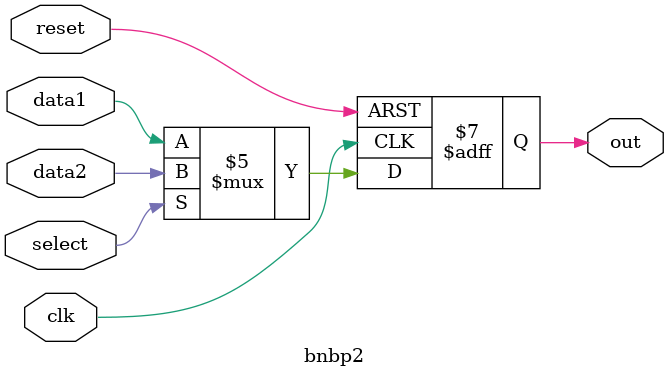
<source format=v>
module bnbp2(input wire clk, input wire reset,input wire data1,input wire data2,input wire select,
	     output reg out);
  always @(posedge clk or posedge reset)begin
    if(reset == 1'b1)begin
      out = 1'b0;
    end
    else if(select ==1'b0)begin
      out = data1;
    end
    else begin
      out = data2;
    end
  end//end always
endmodule

</source>
